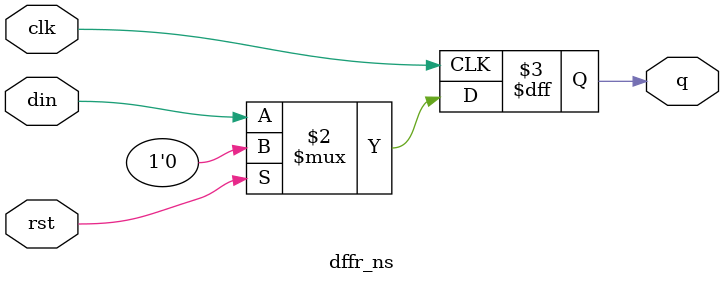
<source format=v>
module dffr_ns (din, clk, rst, q);
parameter SIZE = 1;
input	[SIZE-1:0]	din ;	
input			clk ;	
input			rst ;	
output	[SIZE-1:0]	q ;	
reg 	[SIZE-1:0]	q ;
always @ (posedge clk)
  q[SIZE-1:0] <= rst ? {SIZE{1'b0}} : din[SIZE-1:0];
endmodule
</source>
